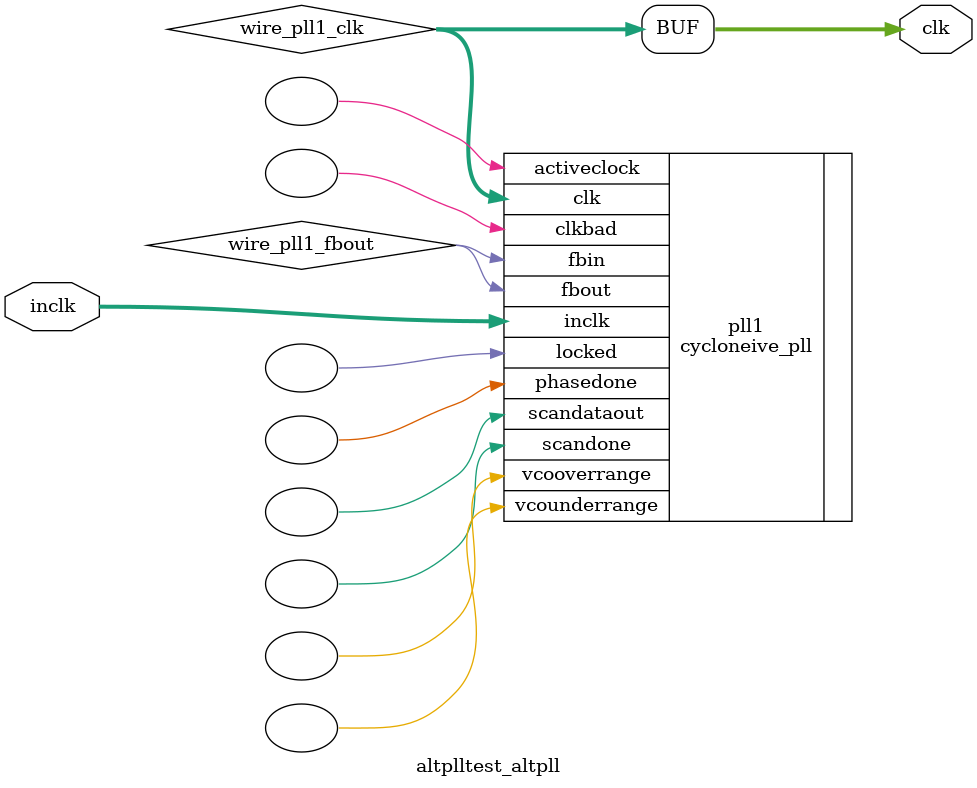
<source format=v>






//synthesis_resources = cycloneive_pll 1 
//synopsys translate_off
`timescale 1 ps / 1 ps
//synopsys translate_on
module  altplltest_altpll
	( 
	clk,
	inclk) /* synthesis synthesis_clearbox=1 */;
	output   [4:0]  clk;
	input   [1:0]  inclk;
`ifndef ALTERA_RESERVED_QIS
// synopsys translate_off
`endif
	tri0   [1:0]  inclk;
`ifndef ALTERA_RESERVED_QIS
// synopsys translate_on
`endif

	wire  [4:0]   wire_pll1_clk;
	wire  wire_pll1_fbout;

	cycloneive_pll   pll1
	( 
	.activeclock(),
	.clk(wire_pll1_clk),
	.clkbad(),
	.fbin(wire_pll1_fbout),
	.fbout(wire_pll1_fbout),
	.inclk(inclk),
	.locked(),
	.phasedone(),
	.scandataout(),
	.scandone(),
	.vcooverrange(),
	.vcounderrange()
	`ifndef FORMAL_VERIFICATION
	// synopsys translate_off
	`endif
	,
	.areset(1'b0),
	.clkswitch(1'b0),
	.configupdate(1'b0),
	.pfdena(1'b1),
	.phasecounterselect({3{1'b0}}),
	.phasestep(1'b0),
	.phaseupdown(1'b0),
	.scanclk(1'b0),
	.scanclkena(1'b1),
	.scandata(1'b0)
	`ifndef FORMAL_VERIFICATION
	// synopsys translate_on
	`endif
	);
	defparam
		pll1.bandwidth_type = "auto",
		pll1.clk0_divide_by = 1,
		pll1.clk0_duty_cycle = 50,
		pll1.clk0_multiply_by = 4,
		pll1.clk0_phase_shift = "0",
		pll1.compensate_clock = "clk0",
		pll1.inclk0_input_frequency = 50000,
		pll1.operation_mode = "normal",
		pll1.pll_type = "auto",
		pll1.lpm_type = "cycloneive_pll";
	assign
		clk = {wire_pll1_clk[4:0]};
endmodule //altplltest_altpll
//VALID FILE

</source>
